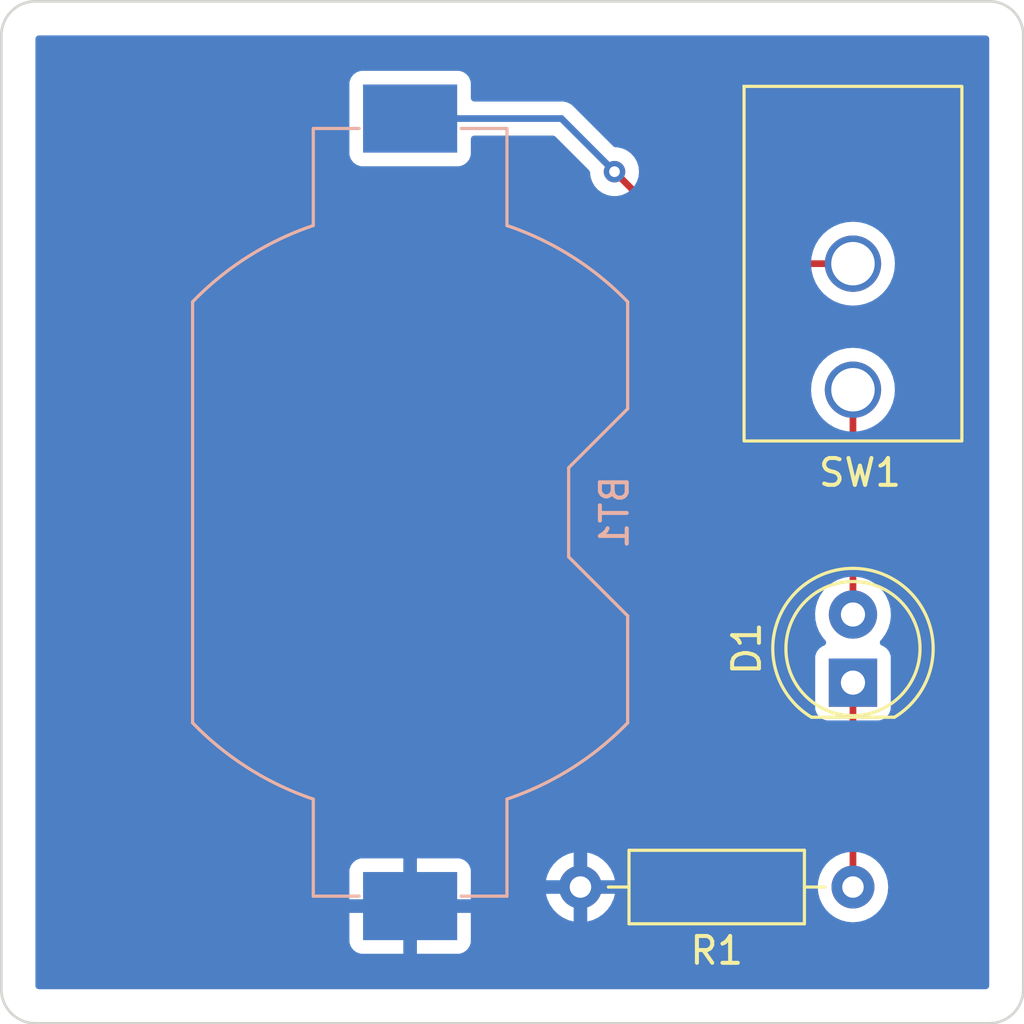
<source format=kicad_pcb>
(kicad_pcb (version 20211014) (generator pcbnew)
  (layers (0 "F.Cu" signal) (31 "B.Cu" signal) (34 "B.Paste" user) (35 "F.Paste" user) (36 "B.SilkS" user "B.Silkscreen") (37 "F.SilkS" user "F.Silkscreen") (38 "B.Mask" user) (39 "F.Mask" user) (44 "Edge.Cuts" user))
  (net 0 "")
  (net 1 "VCC")
  (net 2 "GND")
  (net 3 "Net-(D1-Pad1)")
  (net 4 "Net-(D1-Pad2)")
  (footprint "Resistor_THT:R_Axial_DIN0207_L6.3mm_D2.5mm_P10.16mm_Horizontal" (layer "F.Cu") (at 162.56 101.6 180)
    (fp_text reference "R1" (at 5.08 -2.37) (layer "F.SilkS"))
    (fp_text value "1k")
    (fp_line (start 8.35 -1.37) (end 1.81 -1.37) (layer "F.SilkS") (width 0.12))
    (fp_line (start 8.35 1.37) (end 8.35 -1.37) (layer "F.SilkS") (width 0.12))
    (fp_line (start 1.81 -1.37) (end 1.81 1.37) (layer "F.SilkS") (width 0.12))
    (fp_line (start 1.04 0) (end 1.81 0) (layer "F.SilkS") (width 0.12))
    (fp_line (start 1.81 1.37) (end 8.35 1.37) (layer "F.SilkS") (width 0.12))
    (fp_line (start 9.12 0) (end 8.35 0) (layer "F.SilkS") (width 0.12))
    (pad "1" thru_hole circle (at 0 0 180) (size 1.6 1.6) (drill 0.8) (layers *.Cu *.Mask) (net 3 "Net-(D1-Pad1)"))
    (pad "2" thru_hole oval (at 10.16 0 180) (size 1.6 1.6) (drill 0.8) (layers *.Cu *.Mask) (net 2 "GND"))
  )
  (footprint "LED_THT:LED_D5.0mm" (layer "F.Cu") (at 162.56 93.98 90)
    (fp_text reference "D1" (at 1.27 -3.96 90) (layer "F.SilkS"))
    (fp_text value "rojo")
    (fp_line (start -1.29 -1.545) (end -1.29 1.545) (layer "F.SilkS") (width 0.12))
    (fp_arc (start -1.29 -1.54483) (mid 2.072002 -2.880433) (end 4.26 0.000462) (layer "F.SilkS") (width 0.12))
    (fp_arc (start 4.26 -0.000462) (mid 2.072002 2.880433) (end -1.29 1.54483) (layer "F.SilkS") (width 0.12))
    (fp_circle (center 1.27 0) (end 3.77 0) (layer "F.SilkS") (width 0.12) (fill none))
    (pad "1" thru_hole rect (at 0 0 90) (size 1.8 1.8) (drill 0.9) (layers *.Cu *.Mask) (net 3 "Net-(D1-Pad1)"))
    (pad "2" thru_hole circle (at 2.54 0 90) (size 1.8 1.8) (drill 0.9) (layers *.Cu *.Mask) (net 4 "Net-(D1-Pad2)"))
  )
  (footprint "curso_CircularFab_2022:Switch_Toogle_SPST_NKK_M2011S3Ax03" (layer "F.Cu") (at 162.56 73.66)
    (fp_text reference "SW1" (at 0.26 12.49 unlocked) (layer "F.SilkS"))
    (fp_text value "SPST")
    (fp_rect (start -4.06 -1.91) (end 4.06 11.31) (layer "F.SilkS") (width 0.12) (fill none))
    (pad "2" thru_hole circle (at 0 4.7) (size 2.1 2.1) (drill 1.62) (layers *.Cu *.Mask) (net 1 "VCC"))
    (pad "3" thru_hole circle (at 0 9.4) (size 2.1 2.1) (drill 1.62) (layers *.Cu *.Mask) (net 4 "Net-(D1-Pad2)"))
  )
  (footprint "Battery:BatteryHolder_Keystone_1058_1x2032" (layer "B.Cu") (at 146.05 87.63 -90)
    (fp_text reference "BT1" (at 0 -7.62 90) (layer "B.SilkS") (effects (justify mirror)))
    (fp_text value "3V3")
    (fp_line (start -14.31 3.61) (end -10.692 3.61) (layer "B.SilkS") (width 0.12))
    (fp_line (start -3.86 -8.11) (end -7.8473 -8.11) (layer "B.SilkS") (width 0.12))
    (fp_line (start 14.31 -3.61) (end 10.692 -3.61) (layer "B.SilkS") (width 0.12))
    (fp_line (start 1.66 -5.91) (end -1.66 -5.91) (layer "B.SilkS") (width 0.12))
    (fp_line (start 10.692 3.61) (end 14.31 3.61) (layer "B.SilkS") (width 0.12))
    (fp_line (start 1.66 -5.91) (end 3.86 -8.11) (layer "B.SilkS") (width 0.12))
    (fp_line (start -7.8473 8.11) (end 7.8473 8.11) (layer "B.SilkS") (width 0.12))
    (fp_line (start -1.66 -5.91) (end -3.86 -8.11) (layer "B.SilkS") (width 0.12))
    (fp_line (start -14.31 -1.9) (end -14.31 -3.61) (layer "B.SilkS") (width 0.12))
    (fp_line (start 14.31 -1.9) (end 14.31 -3.61) (layer "B.SilkS") (width 0.12))
    (fp_line (start -14.31 1.9) (end -14.31 3.61) (layer "B.SilkS") (width 0.12))
    (fp_line (start 7.8473 -8.11) (end 3.86 -8.11) (layer "B.SilkS") (width 0.12))
    (fp_line (start -10.692 -3.61) (end -14.31 -3.61) (layer "B.SilkS") (width 0.12))
    (fp_line (start 14.31 1.9) (end 14.31 3.61) (layer "B.SilkS") (width 0.12))
    (fp_arc (start 10.692 3.61) (mid 9.538084 6.031244) (end 7.845371 8.111789) (layer "B.SilkS") (width 0.12))
    (fp_arc (start -7.845371 8.111789) (mid -9.538084 6.031244) (end -10.692 3.61) (layer "B.SilkS") (width 0.12))
    (fp_arc (start 7.845371 -8.111789) (mid 9.538084 -6.031244) (end 10.692 -3.61) (layer "B.SilkS") (width 0.12))
    (fp_arc (start -10.692 -3.61) (mid -9.538085 -6.031245) (end -7.845371 -8.111789) (layer "B.SilkS") (width 0.12))
    (pad "1" smd rect (at -14.68 0 270) (size 2.54 3.51) (layers "B.Cu" "B.Paste" "B.Mask") (net 1 "VCC"))
    (pad "2" smd rect (at 14.68 0 270) (size 2.54 3.51) (layers "B.Cu" "B.Paste" "B.Mask") (net 2 "GND"))
  )
  (gr_arc (start 132.08 106.68) (mid 131.181974 106.308026) (end 130.81 105.41) (layer "Edge.Cuts") (width 0.1))
  (gr_line (start 167.64 106.68) (end 132.08 106.68) (layer "Edge.Cuts") (width 0.1))
  (gr_arc (start 130.81 69.85) (mid 131.181974 68.951974) (end 132.08 68.58) (layer "Edge.Cuts") (width 0.1))
  (gr_arc (start 167.64 68.58) (mid 168.538026 68.951974) (end 168.91 69.85) (layer "Edge.Cuts") (width 0.1))
  (gr_line (start 132.08 68.58) (end 167.64 68.58) (layer "Edge.Cuts") (width 0.1))
  (gr_arc (start 168.91 105.41) (mid 168.538026 106.308026) (end 167.64 106.68) (layer "Edge.Cuts") (width 0.1))
  (gr_line (start 168.91 69.85) (end 168.91 105.41) (layer "Edge.Cuts") (width 0.1))
  (gr_line (start 130.81 105.41) (end 130.81 69.85) (layer "Edge.Cuts") (width 0.1))
  (segment (start 162.56 78.36) (end 157.1 78.36) (width 0.25) (layer "F.Cu") (net 1))
  (segment (start 157.1 78.36) (end 153.67 74.93) (width 0.25) (layer "F.Cu") (net 1))
  (via (at 153.67 74.93) (size 0.8) (drill 0.4) (layers "F.Cu" "B.Cu") (net 1))
  (segment (start 153.67 74.93) (end 151.69 72.95) (width 0.25) (layer "B.Cu") (net 1))
  (segment (start 151.69 72.95) (end 146.05 72.95) (width 0.25) (layer "B.Cu") (net 1))
  (segment (start 162.56 93.98) (end 162.56 101.6) (width 0.25) (layer "F.Cu") (net 3))
  (segment (start 162.56 83.06) (end 162.56 91.44) (width 0.25) (layer "F.Cu") (net 4))
  (zone (net 2) (net_name "GND") (layer "B.Cu") (connect_pads (clearance 0.508)) (min_thickness 0.254) (fill yes (thermal_gap 0.508) (thermal_bridge_width 0.508))
    (polygon (pts (xy 167.64 105.41) (xy 132.08 105.41) (xy 132.08 69.85) (xy 167.64 69.85)))
  )
)
</source>
